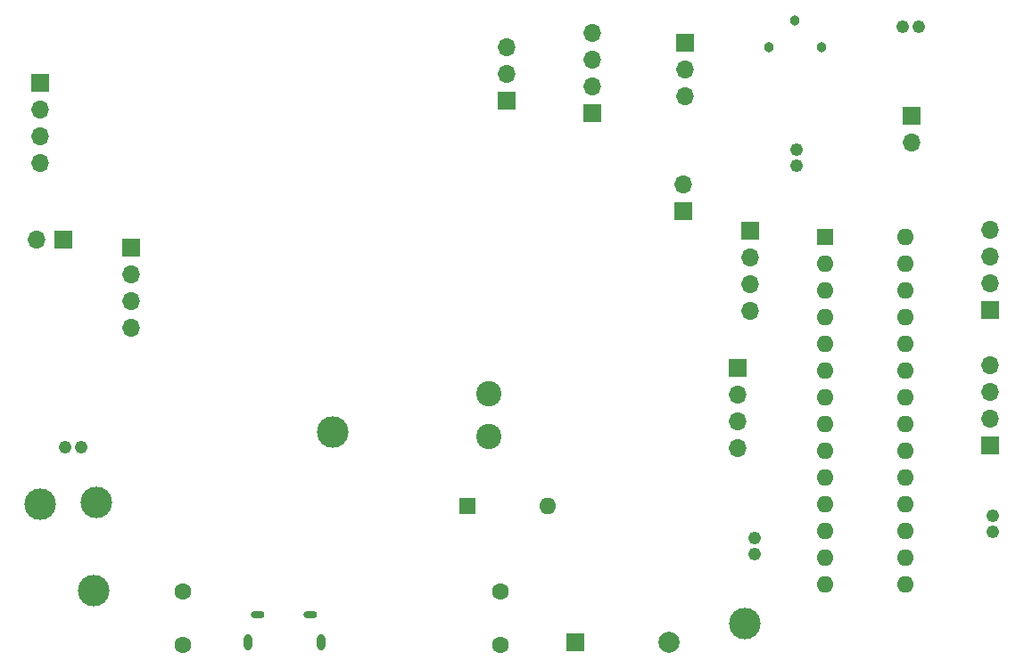
<source format=gbr>
%TF.GenerationSoftware,KiCad,Pcbnew,(5.1.10)-1*%
%TF.CreationDate,2022-02-13T15:12:39-05:00*%
%TF.ProjectId,dispenser,64697370-656e-4736-9572-2e6b69636164,rev?*%
%TF.SameCoordinates,Original*%
%TF.FileFunction,Soldermask,Bot*%
%TF.FilePolarity,Negative*%
%FSLAX46Y46*%
G04 Gerber Fmt 4.6, Leading zero omitted, Abs format (unit mm)*
G04 Created by KiCad (PCBNEW (5.1.10)-1) date 2022-02-13 15:12:39*
%MOMM*%
%LPD*%
G01*
G04 APERTURE LIST*
%ADD10O,1.700000X1.700000*%
%ADD11R,1.700000X1.700000*%
%ADD12C,3.000000*%
%ADD13C,2.400000*%
%ADD14R,1.800000X1.800000*%
%ADD15C,2.000000*%
%ADD16O,1.600000X1.600000*%
%ADD17R,1.600000X1.600000*%
%ADD18C,1.244600*%
%ADD19O,0.775000X1.550000*%
%ADD20O,1.300000X0.650000*%
%ADD21C,0.965200*%
%ADD22C,1.600000*%
G04 APERTURE END LIST*
D10*
%TO.C,J3*%
X154600000Y-89420000D03*
X154600000Y-86880000D03*
X154600000Y-84340000D03*
D11*
X154600000Y-81800000D03*
%TD*%
D10*
%TO.C,J6*%
X177400000Y-81720000D03*
X177400000Y-84260000D03*
X177400000Y-86800000D03*
D11*
X177400000Y-89340000D03*
%TD*%
D10*
%TO.C,J5*%
X177400000Y-94580000D03*
X177400000Y-97120000D03*
X177400000Y-99660000D03*
D11*
X177400000Y-102200000D03*
%TD*%
D10*
%TO.C,J4*%
X153400000Y-102420000D03*
X153400000Y-99880000D03*
X153400000Y-97340000D03*
D11*
X153400000Y-94800000D03*
%TD*%
D10*
%TO.C,J2*%
X95800000Y-91020000D03*
X95800000Y-88480000D03*
X95800000Y-85940000D03*
D11*
X95800000Y-83400000D03*
%TD*%
D12*
%TO.C,TP5*%
X154100000Y-119100000D03*
%TD*%
%TO.C,TP4*%
X92500000Y-107600000D03*
%TD*%
%TO.C,TP3*%
X92300000Y-116000000D03*
%TD*%
%TO.C,TP2*%
X115000000Y-100900000D03*
%TD*%
%TO.C,TP1*%
X87200000Y-107800000D03*
%TD*%
D13*
%TO.C,SW3*%
X129819400Y-101396800D03*
X129819400Y-97332800D03*
%TD*%
D10*
%TO.C,J9*%
X169926000Y-73456800D03*
D11*
X169926000Y-70916800D03*
%TD*%
D14*
%TO.C,BT1*%
X138023600Y-120878600D03*
D15*
X146913600Y-120878600D03*
%TD*%
D16*
%TO.C,D2*%
X135407400Y-107950000D03*
D17*
X127787400Y-107950000D03*
%TD*%
D10*
%TO.C,J1*%
X86817200Y-82651600D03*
D11*
X89357200Y-82651600D03*
%TD*%
D18*
%TO.C,J7*%
X91060401Y-102412800D03*
X89560399Y-102412800D03*
%TD*%
%TO.C,J8*%
X177600000Y-108899999D03*
X177600000Y-110400001D03*
%TD*%
%TO.C,J10*%
X169099999Y-62400000D03*
X170600001Y-62400000D03*
%TD*%
%TO.C,J11*%
X159000000Y-74099999D03*
X159000000Y-75600001D03*
%TD*%
%TO.C,J12*%
X155000000Y-110999999D03*
X155000000Y-112500001D03*
%TD*%
D10*
%TO.C,J13*%
X131495800Y-64363600D03*
X131495800Y-66903600D03*
D11*
X131495800Y-69443600D03*
%TD*%
D10*
%TO.C,J14*%
X139623800Y-62992000D03*
X139623800Y-65532000D03*
X139623800Y-68072000D03*
D11*
X139623800Y-70612000D03*
%TD*%
D10*
%TO.C,J15*%
X148259800Y-77368400D03*
D11*
X148259800Y-79908400D03*
%TD*%
D10*
%TO.C,J16*%
X148386800Y-69037200D03*
X148386800Y-66497200D03*
D11*
X148386800Y-63957200D03*
%TD*%
D19*
%TO.C,J17*%
X113888400Y-120954800D03*
X106888400Y-120954800D03*
D20*
X112888400Y-118254800D03*
X107888400Y-118254800D03*
%TD*%
D21*
%TO.C,RV1*%
X161362400Y-64338200D03*
X158862400Y-61838200D03*
X156362400Y-64338200D03*
%TD*%
D22*
%TO.C,SW1*%
X130900000Y-116060000D03*
X130900000Y-121140000D03*
%TD*%
%TO.C,SW2*%
X100700000Y-116060000D03*
X100700000Y-121140000D03*
%TD*%
D16*
%TO.C,U1*%
X169304800Y-82369000D03*
X161684800Y-115389000D03*
X169304800Y-84909000D03*
X161684800Y-112849000D03*
X169304800Y-87449000D03*
X161684800Y-110309000D03*
X169304800Y-89989000D03*
X161684800Y-107769000D03*
X169304800Y-92529000D03*
X161684800Y-105229000D03*
X169304800Y-95069000D03*
X161684800Y-102689000D03*
X169304800Y-97609000D03*
X161684800Y-100149000D03*
X169304800Y-100149000D03*
X161684800Y-97609000D03*
X169304800Y-102689000D03*
X161684800Y-95069000D03*
X169304800Y-105229000D03*
X161684800Y-92529000D03*
X169304800Y-107769000D03*
X161684800Y-89989000D03*
X169304800Y-110309000D03*
X161684800Y-87449000D03*
X169304800Y-112849000D03*
X161684800Y-84909000D03*
X169304800Y-115389000D03*
D17*
X161684800Y-82369000D03*
%TD*%
D10*
%TO.C,J18*%
X87223600Y-75387200D03*
X87223600Y-72847200D03*
X87223600Y-70307200D03*
D11*
X87223600Y-67767200D03*
%TD*%
M02*

</source>
